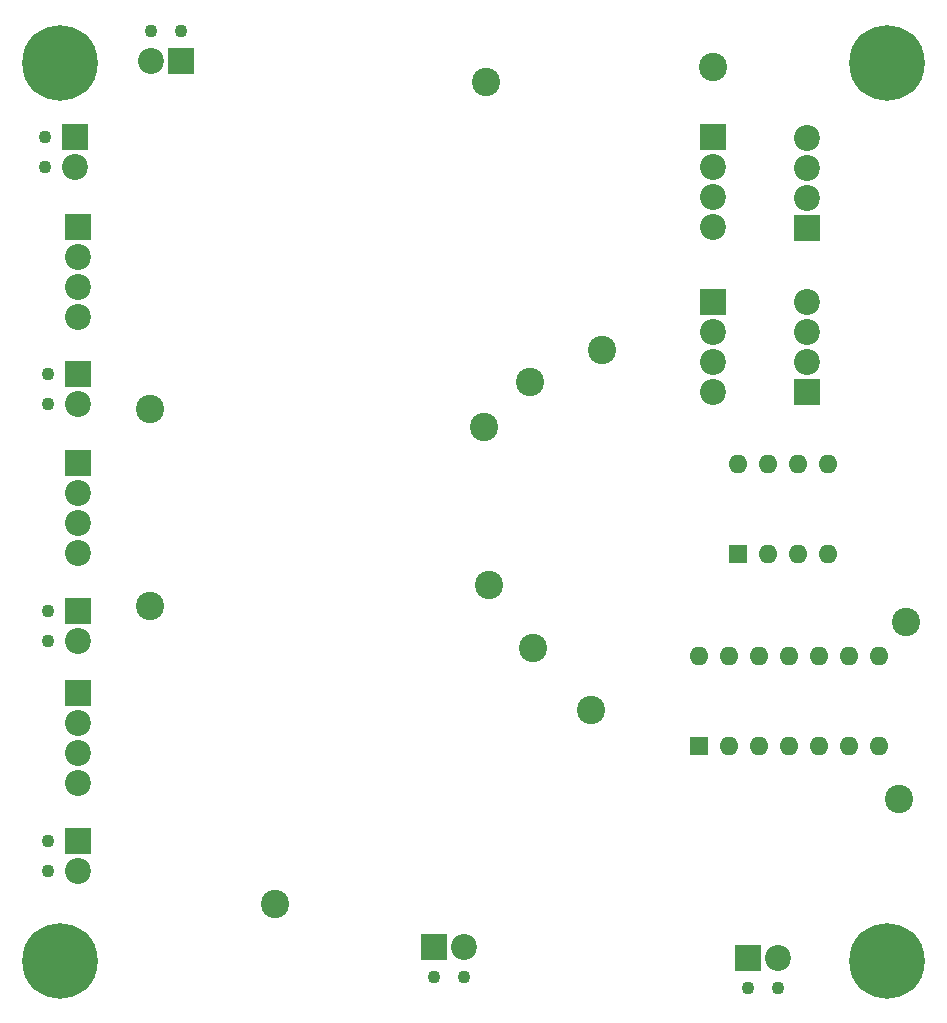
<source format=gbr>
%TF.GenerationSoftware,KiCad,Pcbnew,7.0.9-7.0.9~ubuntu22.04.1*%
%TF.CreationDate,2023-12-22T21:34:38-07:00*%
%TF.ProjectId,LC_meter,4c435f6d-6574-4657-922e-6b696361645f,rev?*%
%TF.SameCoordinates,Original*%
%TF.FileFunction,Soldermask,Bot*%
%TF.FilePolarity,Negative*%
%FSLAX46Y46*%
G04 Gerber Fmt 4.6, Leading zero omitted, Abs format (unit mm)*
G04 Created by KiCad (PCBNEW 7.0.9-7.0.9~ubuntu22.04.1) date 2023-12-22 21:34:38*
%MOMM*%
%LPD*%
G01*
G04 APERTURE LIST*
%ADD10C,2.400000*%
%ADD11R,2.200000X2.200000*%
%ADD12C,2.200000*%
%ADD13R,1.600000X1.600000*%
%ADD14O,1.600000X1.600000*%
%ADD15C,1.100000*%
%ADD16C,0.800000*%
%ADD17C,6.400000*%
G04 APERTURE END LIST*
D10*
%TO.C,TP3*%
X168187500Y-125219112D03*
%TD*%
D11*
%TO.C,J4*%
X213187500Y-67934112D03*
D12*
X213187500Y-65394112D03*
X213187500Y-62854112D03*
X213187500Y-60314112D03*
%TD*%
D11*
%TO.C,J6*%
X205287500Y-74254112D03*
D12*
X205287500Y-76794112D03*
X205287500Y-79334112D03*
X205287500Y-81874112D03*
%TD*%
D10*
%TO.C,TP6*%
X221000000Y-116294112D03*
%TD*%
D11*
%TO.C,J9*%
X151487500Y-67894112D03*
D12*
X151487500Y-70434112D03*
X151487500Y-72974112D03*
X151487500Y-75514112D03*
%TD*%
D10*
%TO.C,TP2*%
X186000000Y-55594112D03*
%TD*%
%TO.C,TP9*%
X185900000Y-84794112D03*
%TD*%
D13*
%TO.C,U6*%
X207400000Y-95594112D03*
D14*
X209940000Y-95594112D03*
X212480000Y-95594112D03*
X215020000Y-95594112D03*
X215020000Y-87974112D03*
X212480000Y-87974112D03*
X209940000Y-87974112D03*
X207400000Y-87974112D03*
%TD*%
D15*
%TO.C,J3*%
X148947500Y-119894112D03*
X148947500Y-122434112D03*
D11*
X151487500Y-119894112D03*
D12*
X151487500Y-122434112D03*
%TD*%
D10*
%TO.C,TP7*%
X195875000Y-78244112D03*
%TD*%
%TO.C,TP10*%
X189800000Y-80994112D03*
%TD*%
D11*
%TO.C,J12*%
X151487500Y-87814112D03*
D12*
X151487500Y-90354112D03*
X151487500Y-92894112D03*
X151487500Y-95434112D03*
%TD*%
D11*
%TO.C,J2*%
X205287500Y-60274112D03*
D12*
X205287500Y-62814112D03*
X205287500Y-65354112D03*
X205287500Y-67894112D03*
%TD*%
D16*
%TO.C,H4*%
X147600000Y-130000000D03*
X148302944Y-128302944D03*
X148302944Y-131697056D03*
X150000000Y-127600000D03*
D17*
X150000000Y-130000000D03*
D16*
X150000000Y-132400000D03*
X151697056Y-128302944D03*
X151697056Y-131697056D03*
X152400000Y-130000000D03*
%TD*%
D10*
%TO.C,TP4*%
X205287500Y-54354112D03*
%TD*%
D15*
%TO.C,J10*%
X148947500Y-80354112D03*
X148947500Y-82894112D03*
D11*
X151487500Y-80354112D03*
D12*
X151487500Y-82894112D03*
%TD*%
D16*
%TO.C,H1*%
X217600000Y-54000000D03*
X218302944Y-52302944D03*
X218302944Y-55697056D03*
X220000000Y-51600000D03*
D17*
X220000000Y-54000000D03*
D16*
X220000000Y-56400000D03*
X221697056Y-52302944D03*
X221697056Y-55697056D03*
X222400000Y-54000000D03*
%TD*%
D10*
%TO.C,TP8*%
X190037500Y-103494112D03*
%TD*%
D11*
%TO.C,J7*%
X213200000Y-81874112D03*
D12*
X213200000Y-79334112D03*
X213200000Y-76794112D03*
X213200000Y-74254112D03*
%TD*%
D10*
%TO.C,TP5*%
X221600000Y-101294112D03*
%TD*%
%TO.C,TP13*%
X157625000Y-99994112D03*
%TD*%
D15*
%TO.C,J11*%
X148947500Y-100354112D03*
X148947500Y-102894112D03*
D11*
X151487500Y-100354112D03*
D12*
X151487500Y-102894112D03*
%TD*%
D15*
%TO.C,J14*%
X181660000Y-131334112D03*
X184200000Y-131334112D03*
D11*
X181660000Y-128794112D03*
D12*
X184200000Y-128794112D03*
%TD*%
D15*
%TO.C,J5*%
X148660000Y-60254112D03*
X148660000Y-62794112D03*
D11*
X151200000Y-60254112D03*
D12*
X151200000Y-62794112D03*
%TD*%
D16*
%TO.C,H3*%
X217600000Y-130000000D03*
X218302944Y-128302944D03*
X218302944Y-131697056D03*
X220000000Y-127600000D03*
D17*
X220000000Y-130000000D03*
D16*
X220000000Y-132400000D03*
X221697056Y-128302944D03*
X221697056Y-131697056D03*
X222400000Y-130000000D03*
%TD*%
D13*
%TO.C,U1*%
X204040000Y-111794112D03*
D14*
X206580000Y-111794112D03*
X209120000Y-111794112D03*
X211660000Y-111794112D03*
X214200000Y-111794112D03*
X216740000Y-111794112D03*
X219280000Y-111794112D03*
X219280000Y-104174112D03*
X216740000Y-104174112D03*
X214200000Y-104174112D03*
X211660000Y-104174112D03*
X209120000Y-104174112D03*
X206580000Y-104174112D03*
X204040000Y-104174112D03*
%TD*%
D11*
%TO.C,J8*%
X151487500Y-107354112D03*
D12*
X151487500Y-109894112D03*
X151487500Y-112434112D03*
X151487500Y-114974112D03*
%TD*%
D10*
%TO.C,TP11*%
X186300000Y-98194112D03*
%TD*%
%TO.C,TP12*%
X157600000Y-83294112D03*
%TD*%
D16*
%TO.C,H2*%
X147600000Y-54000000D03*
X148302944Y-52302944D03*
X148302944Y-55697056D03*
X150000000Y-51600000D03*
D17*
X150000000Y-54000000D03*
D16*
X150000000Y-56400000D03*
X151697056Y-52302944D03*
X151697056Y-55697056D03*
X152400000Y-54000000D03*
%TD*%
D15*
%TO.C,J13*%
X160200000Y-51254112D03*
X157660000Y-51254112D03*
D11*
X160200000Y-53794112D03*
D12*
X157660000Y-53794112D03*
%TD*%
D15*
%TO.C,J1*%
X208200000Y-132334112D03*
X210740000Y-132334112D03*
D11*
X208200000Y-129794112D03*
D12*
X210740000Y-129794112D03*
%TD*%
D10*
%TO.C,TP1*%
X194900000Y-108794112D03*
%TD*%
M02*

</source>
